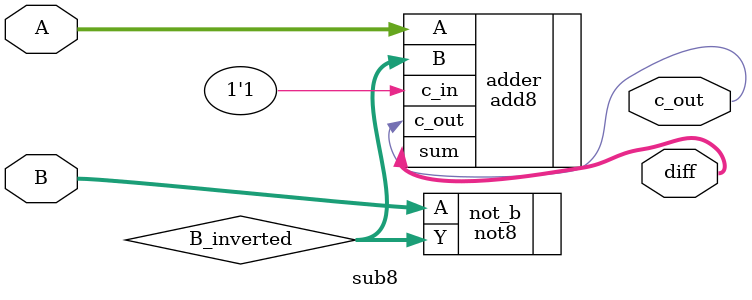
<source format=v>
`timescale 1ns/1ps

module sub8 (
    input  wire [7:0] A,
    input  wire [7:0] B,
    output wire [7:0] diff,
    output wire       c_out
);

    wire [7:0] B_inverted;

    // Bitwise NOT of B
    not8 not_b (.A(B), .Y(B_inverted));  // You must have a not8 module made from not_gate

    // Perform A + (~B + 1)
    add8 adder (
        .A(A),
        .B(B_inverted),
        .c_in(1'b1),       // Add 1 to complete 2's complement
        .sum(diff),
        .c_out(c_out)
    );

endmodule

</source>
